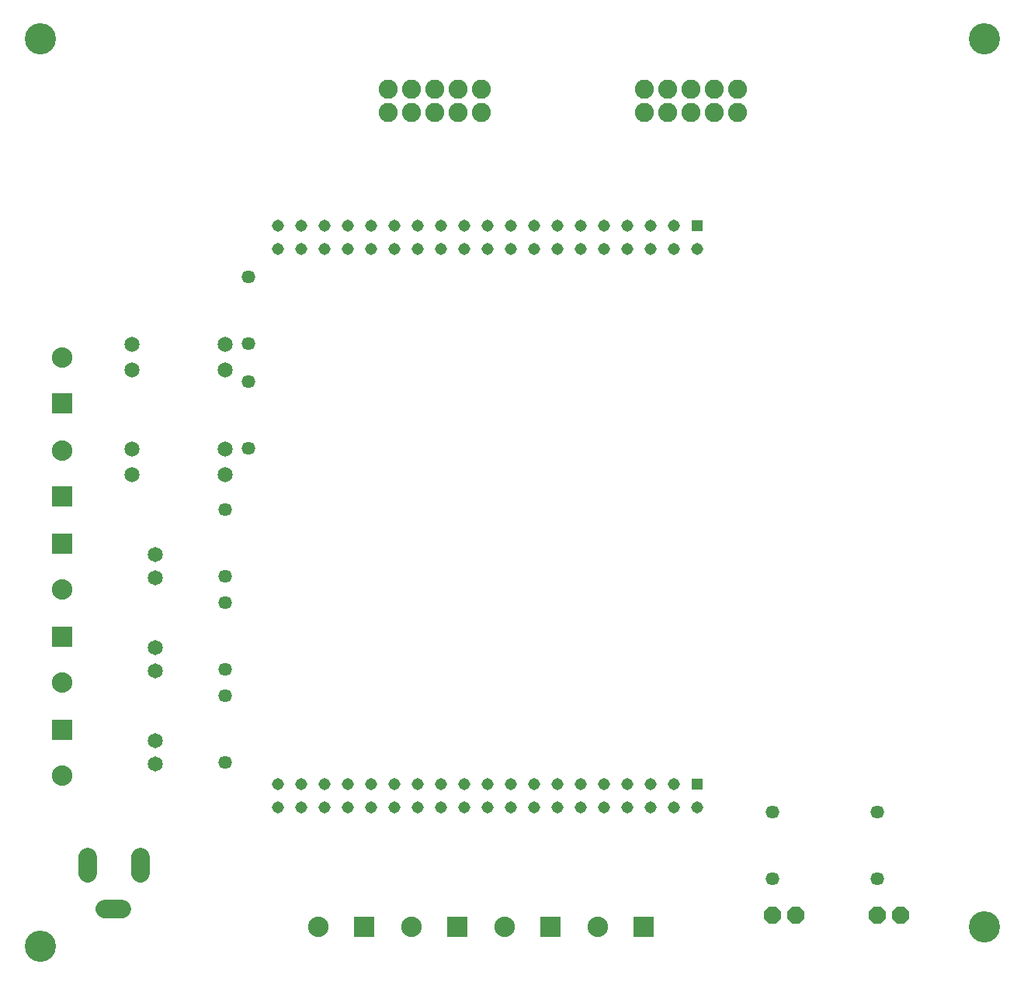
<source format=gbr>
G04 EAGLE Gerber RS-274X export*
G75*
%MOMM*%
%FSLAX34Y34*%
%LPD*%
%INSoldermask Bottom*%
%IPPOS*%
%AMOC8*
5,1,8,0,0,1.08239X$1,22.5*%
G01*
G04 Define Apertures*
%ADD10C,3.403200*%
%ADD11R,2.235200X2.235200*%
%ADD12C,2.235200*%
%ADD13C,1.653200*%
%ADD14C,1.463200*%
%ADD15C,2.003200*%
%ADD16R,1.311200X1.311200*%
%ADD17C,1.311200*%
%ADD18C,1.657100*%
%ADD19P,2.03446X8X22.5*%
%ADD20C,2.082800*%
D10*
X1057000Y50800D03*
X27000Y30000D03*
X27000Y1020000D03*
X1057000Y1020000D03*
D11*
X50800Y469500D03*
D12*
X50800Y419500D03*
D13*
X152400Y431800D03*
X152400Y457200D03*
D14*
X228600Y506100D03*
X228600Y433700D03*
D11*
X50800Y367900D03*
D12*
X50800Y317900D03*
D13*
X152400Y330200D03*
X152400Y355600D03*
D14*
X228600Y404500D03*
X228600Y332100D03*
D11*
X50800Y266300D03*
D12*
X50800Y216300D03*
D13*
X152400Y228600D03*
X152400Y254000D03*
D14*
X228600Y302900D03*
X228600Y230500D03*
D15*
X79000Y126960D02*
X79000Y108960D01*
X137000Y108960D02*
X137000Y126960D01*
X116000Y69960D02*
X98000Y69960D01*
D16*
X743363Y816500D03*
D17*
X743363Y791100D03*
D16*
X743363Y206900D03*
D17*
X743363Y181500D03*
X717963Y206900D03*
X717963Y181500D03*
X717963Y816500D03*
X717963Y791100D03*
X692563Y816500D03*
X692563Y791100D03*
X667163Y816500D03*
X667163Y791100D03*
X641763Y816500D03*
X641763Y791100D03*
X616363Y816500D03*
X616363Y791100D03*
X590963Y816500D03*
X590963Y791100D03*
X565563Y816500D03*
X565563Y791100D03*
X540163Y816500D03*
X540163Y791100D03*
X514763Y816500D03*
X514763Y791100D03*
X489363Y816500D03*
X489363Y791100D03*
X463963Y816500D03*
X463963Y791100D03*
X438563Y816500D03*
X438563Y791100D03*
X413163Y816500D03*
X413163Y791100D03*
X387763Y816500D03*
X387763Y791100D03*
X362363Y816500D03*
X362363Y791100D03*
X336963Y816500D03*
X336963Y791100D03*
X311563Y816500D03*
X311563Y791100D03*
X286163Y816500D03*
X286163Y791100D03*
X692563Y206900D03*
X692563Y181500D03*
X667163Y206900D03*
X667163Y181500D03*
X641763Y206900D03*
X641763Y181500D03*
X616363Y206900D03*
X616363Y181500D03*
X590963Y206900D03*
X590963Y181500D03*
X565563Y206900D03*
X565563Y181500D03*
X540163Y206900D03*
X540163Y181500D03*
X514763Y206900D03*
X514763Y181500D03*
X489363Y206900D03*
X489363Y181500D03*
X463963Y206900D03*
X463963Y181500D03*
X438563Y206900D03*
X438563Y181500D03*
X413163Y206900D03*
X413163Y181500D03*
X387763Y206900D03*
X387763Y181500D03*
X362363Y206900D03*
X362363Y181500D03*
X336963Y206900D03*
X336963Y181500D03*
X311563Y206900D03*
X311563Y181500D03*
X286163Y206900D03*
X286163Y181500D03*
D11*
X380600Y50800D03*
D12*
X330600Y50800D03*
D11*
X482200Y50800D03*
D12*
X432200Y50800D03*
D11*
X583800Y50800D03*
D12*
X533800Y50800D03*
D11*
X685400Y50800D03*
D12*
X635400Y50800D03*
D18*
X127000Y687050D03*
X127000Y659150D03*
X228600Y659150D03*
X228600Y687050D03*
X127000Y572750D03*
X127000Y544850D03*
X228600Y544850D03*
X228600Y572750D03*
D14*
X254000Y760100D03*
X254000Y687700D03*
D19*
X825500Y63500D03*
X850900Y63500D03*
D14*
X825500Y175900D03*
X825500Y103500D03*
D11*
X50800Y622700D03*
D12*
X50800Y672700D03*
D19*
X939800Y63500D03*
X965200Y63500D03*
D14*
X939800Y175900D03*
X939800Y103500D03*
D11*
X50800Y521100D03*
D12*
X50800Y571100D03*
D14*
X254000Y645800D03*
X254000Y573400D03*
D20*
X685800Y939800D03*
X685800Y965200D03*
X711200Y939800D03*
X711200Y965200D03*
X736600Y939800D03*
X736600Y965200D03*
X762000Y939800D03*
X762000Y965200D03*
X787400Y939800D03*
X787400Y965200D03*
X406400Y939800D03*
X406400Y965200D03*
X431800Y939800D03*
X431800Y965200D03*
X457200Y939800D03*
X457200Y965200D03*
X482600Y939800D03*
X482600Y965200D03*
X508000Y939800D03*
X508000Y965200D03*
M02*

</source>
